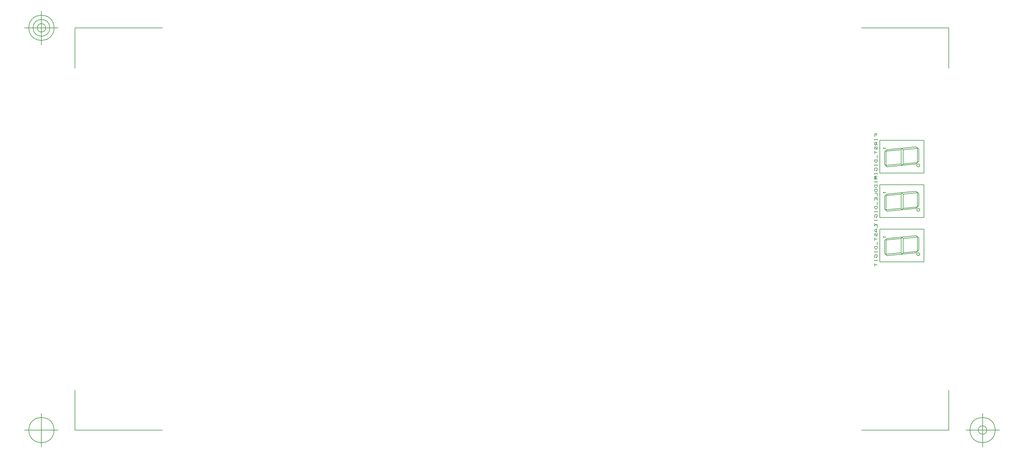
<source format=gbr>
G04 Generated by Ultiboard 14.1 *
%FSLAX24Y24*%
%MOIN*%

%ADD10C,0.0001*%
%ADD11C,0.0080*%
%ADD12C,0.0050*%


G04 ColorRGB FF14FF for the following layer *
%LNSilkscreen Bottom*%
%LPD*%
G54D10*
G54D11*
X58221Y10944D02*
X58519Y10944D01*
X58519Y10611D01*
X58519Y10444D02*
X58340Y10444D01*
X58221Y10333D01*
X58221Y10222D01*
X58340Y10111D01*
X58519Y10111D01*
X58430Y10444D02*
X58430Y10111D01*
X58460Y9944D02*
X58519Y9833D01*
X58519Y9722D01*
X58460Y9611D01*
X58281Y9944D01*
X58221Y9833D01*
X58221Y9722D01*
X58281Y9611D01*
X58519Y9278D02*
X58221Y9278D01*
X58221Y9444D02*
X58221Y9111D01*
X58519Y8944D02*
X58519Y8611D01*
X58519Y8444D02*
X58519Y8222D01*
X58460Y8111D01*
X58281Y8111D01*
X58221Y8222D01*
X58221Y8444D01*
X58221Y8389D02*
X58519Y8389D01*
X58519Y7833D02*
X58519Y7722D01*
X58221Y7833D02*
X58221Y7722D01*
X58519Y7778D02*
X58221Y7778D01*
X58370Y7222D02*
X58370Y7111D01*
X58460Y7111D01*
X58519Y7222D01*
X58519Y7333D01*
X58460Y7444D01*
X58281Y7444D01*
X58221Y7333D01*
X58221Y7111D01*
X58519Y6833D02*
X58519Y6722D01*
X58221Y6833D02*
X58221Y6722D01*
X58519Y6778D02*
X58221Y6778D01*
X58519Y6278D02*
X58221Y6278D01*
X58221Y6444D02*
X58221Y6111D01*
X63983Y10417D02*
X58817Y10417D01*
X58817Y6583D02*
X63983Y6583D01*
X59567Y9167D02*
X61317Y9333D01*
X59567Y7500D02*
X61317Y7667D01*
X63067Y9667D02*
X59650Y9333D01*
X63067Y7667D02*
X59650Y7333D01*
X63983Y6583D02*
X63983Y10417D01*
X63400Y9417D02*
X63067Y9667D01*
X63400Y8000D02*
X63067Y7667D01*
X63317Y7333D02*
X63331Y7334D01*
X63346Y7336D01*
X63360Y7339D01*
X63374Y7343D01*
X63387Y7349D01*
X63400Y7356D01*
X63412Y7363D01*
X63424Y7372D01*
X63435Y7382D01*
X63444Y7393D01*
X63453Y7404D01*
X63461Y7417D01*
X63468Y7430D01*
X63473Y7443D01*
X63478Y7457D01*
X63481Y7471D01*
X63483Y7485D01*
X63483Y7500D01*
X63483Y7515D01*
X63481Y7529D01*
X63478Y7543D01*
X63473Y7557D01*
X63468Y7570D01*
X63461Y7583D01*
X63453Y7596D01*
X63444Y7607D01*
X63435Y7618D01*
X63424Y7628D01*
X63412Y7637D01*
X63400Y7644D01*
X63387Y7651D01*
X63374Y7657D01*
X63360Y7661D01*
X63346Y7664D01*
X63331Y7666D01*
X63317Y7667D01*
X63302Y7666D01*
X63288Y7664D01*
X63274Y7661D01*
X63260Y7657D01*
X63246Y7651D01*
X63233Y7644D01*
X63221Y7637D01*
X63210Y7628D01*
X63199Y7618D01*
X63189Y7607D01*
X63180Y7596D01*
X63172Y7583D01*
X63166Y7570D01*
X63160Y7557D01*
X63156Y7543D01*
X63153Y7529D01*
X63151Y7515D01*
X63150Y7500D01*
X63151Y7485D01*
X63153Y7471D01*
X63156Y7457D01*
X63160Y7443D01*
X63166Y7430D01*
X63172Y7417D01*
X63180Y7404D01*
X63189Y7393D01*
X63199Y7382D01*
X63210Y7372D01*
X63221Y7363D01*
X63233Y7356D01*
X63246Y7349D01*
X63260Y7343D01*
X63274Y7339D01*
X63288Y7336D01*
X63302Y7334D01*
X63317Y7333D01*
X63400Y8000D02*
X63400Y9417D01*
X63233Y7833D02*
X63233Y9500D01*
X61567Y9333D02*
X61567Y7667D01*
X61317Y7667D02*
X61317Y9333D01*
X61567Y9333D02*
X63233Y9500D01*
X61400Y9500D02*
X61567Y9333D01*
X61317Y9333D02*
X61400Y9500D01*
X61567Y7667D02*
X63233Y7833D01*
X61567Y7667D02*
X61400Y7500D01*
X61317Y7667D01*
X58817Y10417D02*
X58817Y6583D01*
X59567Y9167D02*
X59567Y7500D01*
X59400Y7583D02*
X59400Y9083D01*
X59233Y9500D02*
X59567Y9500D01*
X59400Y9083D02*
X59650Y9333D01*
X59317Y9583D02*
X59233Y9500D01*
X59650Y7333D02*
X59400Y7583D01*
X58519Y16644D02*
X58221Y16644D01*
X58370Y16478D01*
X58221Y16311D01*
X58519Y16311D01*
X58519Y16033D02*
X58519Y15922D01*
X58221Y16033D02*
X58221Y15922D01*
X58519Y15978D02*
X58221Y15978D01*
X58519Y15644D02*
X58519Y15422D01*
X58460Y15311D01*
X58281Y15311D01*
X58221Y15422D01*
X58221Y15644D01*
X58221Y15589D02*
X58519Y15589D01*
X58519Y15144D02*
X58519Y14922D01*
X58460Y14811D01*
X58281Y14811D01*
X58221Y14922D01*
X58221Y15144D01*
X58221Y15089D02*
X58519Y15089D01*
X58221Y14644D02*
X58519Y14644D01*
X58519Y14311D01*
X58519Y13811D02*
X58519Y14144D01*
X58370Y14144D01*
X58221Y14144D01*
X58221Y13811D01*
X58370Y14144D02*
X58370Y13922D01*
X58519Y13644D02*
X58519Y13311D01*
X58519Y13144D02*
X58519Y12922D01*
X58460Y12811D01*
X58281Y12811D01*
X58221Y12922D01*
X58221Y13144D01*
X58221Y13089D02*
X58519Y13089D01*
X58519Y12533D02*
X58519Y12422D01*
X58221Y12533D02*
X58221Y12422D01*
X58519Y12478D02*
X58221Y12478D01*
X58370Y11922D02*
X58370Y11811D01*
X58460Y11811D01*
X58519Y11922D01*
X58519Y12033D01*
X58460Y12144D01*
X58281Y12144D01*
X58221Y12033D01*
X58221Y11811D01*
X58519Y11533D02*
X58519Y11422D01*
X58221Y11533D02*
X58221Y11422D01*
X58519Y11478D02*
X58221Y11478D01*
X58519Y10978D02*
X58221Y10978D01*
X58221Y11144D02*
X58221Y10811D01*
X63983Y15617D02*
X58817Y15617D01*
X58817Y11783D02*
X63983Y11783D01*
X59567Y14367D02*
X61317Y14533D01*
X59567Y12700D02*
X61317Y12867D01*
X63067Y14867D02*
X59650Y14533D01*
X63067Y12867D02*
X59650Y12533D01*
X63983Y11783D02*
X63983Y15617D01*
X63400Y14617D02*
X63067Y14867D01*
X63400Y13200D02*
X63067Y12867D01*
X63317Y12533D02*
X63331Y12534D01*
X63346Y12536D01*
X63360Y12539D01*
X63374Y12543D01*
X63387Y12549D01*
X63400Y12556D01*
X63412Y12563D01*
X63424Y12572D01*
X63435Y12582D01*
X63444Y12593D01*
X63453Y12604D01*
X63461Y12617D01*
X63468Y12630D01*
X63473Y12643D01*
X63478Y12657D01*
X63481Y12671D01*
X63483Y12685D01*
X63483Y12700D01*
X63483Y12715D01*
X63481Y12729D01*
X63478Y12743D01*
X63473Y12757D01*
X63468Y12770D01*
X63461Y12783D01*
X63453Y12796D01*
X63444Y12807D01*
X63435Y12818D01*
X63424Y12828D01*
X63412Y12837D01*
X63400Y12844D01*
X63387Y12851D01*
X63374Y12857D01*
X63360Y12861D01*
X63346Y12864D01*
X63331Y12866D01*
X63317Y12867D01*
X63302Y12866D01*
X63288Y12864D01*
X63274Y12861D01*
X63260Y12857D01*
X63246Y12851D01*
X63233Y12844D01*
X63221Y12837D01*
X63210Y12828D01*
X63199Y12818D01*
X63189Y12807D01*
X63180Y12796D01*
X63172Y12783D01*
X63166Y12770D01*
X63160Y12757D01*
X63156Y12743D01*
X63153Y12729D01*
X63151Y12715D01*
X63150Y12700D01*
X63151Y12685D01*
X63153Y12671D01*
X63156Y12657D01*
X63160Y12643D01*
X63166Y12630D01*
X63172Y12617D01*
X63180Y12604D01*
X63189Y12593D01*
X63199Y12582D01*
X63210Y12572D01*
X63221Y12563D01*
X63233Y12556D01*
X63246Y12549D01*
X63260Y12543D01*
X63274Y12539D01*
X63288Y12536D01*
X63302Y12534D01*
X63317Y12533D01*
X63400Y13200D02*
X63400Y14617D01*
X63233Y13033D02*
X63233Y14700D01*
X61567Y14533D02*
X61567Y12867D01*
X61317Y12867D02*
X61317Y14533D01*
X61567Y14533D02*
X63233Y14700D01*
X61400Y14700D02*
X61567Y14533D01*
X61317Y14533D02*
X61400Y14700D01*
X61567Y12867D02*
X63233Y13033D01*
X61567Y12867D02*
X61400Y12700D01*
X61317Y12867D01*
X58817Y15617D02*
X58817Y11783D01*
X59567Y14367D02*
X59567Y12700D01*
X59400Y12783D02*
X59400Y14283D01*
X59233Y14700D02*
X59567Y14700D01*
X59400Y14283D02*
X59650Y14533D01*
X59317Y14783D02*
X59233Y14700D01*
X59650Y12533D02*
X59400Y12783D01*
X58519Y21594D02*
X58221Y21594D01*
X58221Y21261D01*
X58370Y21594D02*
X58370Y21372D01*
X58519Y20983D02*
X58519Y20872D01*
X58221Y20983D02*
X58221Y20872D01*
X58519Y20928D02*
X58221Y20928D01*
X58519Y20594D02*
X58221Y20594D01*
X58221Y20372D01*
X58281Y20261D01*
X58311Y20261D01*
X58370Y20372D01*
X58370Y20594D01*
X58370Y20539D02*
X58519Y20261D01*
X58460Y20094D02*
X58519Y19983D01*
X58519Y19872D01*
X58460Y19761D01*
X58281Y20094D01*
X58221Y19983D01*
X58221Y19872D01*
X58281Y19761D01*
X58519Y19428D02*
X58221Y19428D01*
X58221Y19594D02*
X58221Y19261D01*
X58519Y19094D02*
X58519Y18761D01*
X58519Y18594D02*
X58519Y18372D01*
X58460Y18261D01*
X58281Y18261D01*
X58221Y18372D01*
X58221Y18594D01*
X58221Y18539D02*
X58519Y18539D01*
X58519Y17983D02*
X58519Y17872D01*
X58221Y17983D02*
X58221Y17872D01*
X58519Y17928D02*
X58221Y17928D01*
X58370Y17372D02*
X58370Y17261D01*
X58460Y17261D01*
X58519Y17372D01*
X58519Y17483D01*
X58460Y17594D01*
X58281Y17594D01*
X58221Y17483D01*
X58221Y17261D01*
X58519Y16983D02*
X58519Y16872D01*
X58221Y16983D02*
X58221Y16872D01*
X58519Y16928D02*
X58221Y16928D01*
X58519Y16428D02*
X58221Y16428D01*
X58221Y16594D02*
X58221Y16261D01*
X63983Y20817D02*
X58817Y20817D01*
X58817Y16983D02*
X63983Y16983D01*
X59567Y19567D02*
X61317Y19733D01*
X59567Y17900D02*
X61317Y18067D01*
X63067Y20067D02*
X59650Y19733D01*
X63067Y18067D02*
X59650Y17733D01*
X63983Y16983D02*
X63983Y20817D01*
X63400Y19817D02*
X63067Y20067D01*
X63400Y18400D02*
X63067Y18067D01*
X63317Y17733D02*
X63331Y17734D01*
X63346Y17736D01*
X63360Y17739D01*
X63374Y17743D01*
X63387Y17749D01*
X63400Y17756D01*
X63412Y17763D01*
X63424Y17772D01*
X63435Y17782D01*
X63444Y17793D01*
X63453Y17804D01*
X63461Y17817D01*
X63468Y17830D01*
X63473Y17843D01*
X63478Y17857D01*
X63481Y17871D01*
X63483Y17885D01*
X63483Y17900D01*
X63483Y17915D01*
X63481Y17929D01*
X63478Y17943D01*
X63473Y17957D01*
X63468Y17970D01*
X63461Y17983D01*
X63453Y17996D01*
X63444Y18007D01*
X63435Y18018D01*
X63424Y18028D01*
X63412Y18037D01*
X63400Y18044D01*
X63387Y18051D01*
X63374Y18057D01*
X63360Y18061D01*
X63346Y18064D01*
X63331Y18066D01*
X63317Y18067D01*
X63302Y18066D01*
X63288Y18064D01*
X63274Y18061D01*
X63260Y18057D01*
X63246Y18051D01*
X63233Y18044D01*
X63221Y18037D01*
X63210Y18028D01*
X63199Y18018D01*
X63189Y18007D01*
X63180Y17996D01*
X63172Y17983D01*
X63166Y17970D01*
X63160Y17957D01*
X63156Y17943D01*
X63153Y17929D01*
X63151Y17915D01*
X63150Y17900D01*
X63151Y17885D01*
X63153Y17871D01*
X63156Y17857D01*
X63160Y17843D01*
X63166Y17830D01*
X63172Y17817D01*
X63180Y17804D01*
X63189Y17793D01*
X63199Y17782D01*
X63210Y17772D01*
X63221Y17763D01*
X63233Y17756D01*
X63246Y17749D01*
X63260Y17743D01*
X63274Y17739D01*
X63288Y17736D01*
X63302Y17734D01*
X63317Y17733D01*
X63400Y18400D02*
X63400Y19817D01*
X63233Y18233D02*
X63233Y19900D01*
X61567Y19733D02*
X61567Y18067D01*
X61317Y18067D02*
X61317Y19733D01*
X61567Y19733D02*
X63233Y19900D01*
X61400Y19900D02*
X61567Y19733D01*
X61317Y19733D02*
X61400Y19900D01*
X61567Y18067D02*
X63233Y18233D01*
X61567Y18067D02*
X61400Y17900D01*
X61317Y18067D01*
X58817Y20817D02*
X58817Y16983D01*
X59567Y19567D02*
X59567Y17900D01*
X59400Y17983D02*
X59400Y19483D01*
X59233Y19900D02*
X59567Y19900D01*
X59400Y19483D02*
X59650Y19733D01*
X59317Y19983D02*
X59233Y19900D01*
X59650Y17733D02*
X59400Y17983D01*
G54D12*
X-35300Y-13100D02*
X-35300Y-8390D01*
X-35300Y-13100D02*
X-25080Y-13100D01*
X66900Y-13100D02*
X56680Y-13100D01*
X66900Y-13100D02*
X66900Y-8390D01*
X66900Y34004D02*
X66900Y29294D01*
X66900Y34004D02*
X56680Y34004D01*
X-35300Y34004D02*
X-25080Y34004D01*
X-35300Y34004D02*
X-35300Y29294D01*
X-37269Y-13100D02*
X-41206Y-13100D01*
X-39237Y-15069D02*
X-39237Y-11131D01*
X-40714Y-13100D02*
G75*
D01*
G02X-40714Y-13100I1477J0*
G01*
X68869Y-13100D02*
X72806Y-13100D01*
X70837Y-15069D02*
X70837Y-11131D01*
X69361Y-13100D02*
G75*
D01*
G02X69361Y-13100I1476J0*
G01*
X70345Y-13100D02*
G75*
D01*
G02X70345Y-13100I492J0*
G01*
X-37269Y34004D02*
X-41206Y34004D01*
X-39237Y32035D02*
X-39237Y35972D01*
X-40714Y34004D02*
G75*
D01*
G02X-40714Y34004I1477J0*
G01*
X-40221Y34004D02*
G75*
D01*
G02X-40221Y34004I984J0*
G01*
X-39729Y34004D02*
G75*
D01*
G02X-39729Y34004I492J0*
G01*

M02*

</source>
